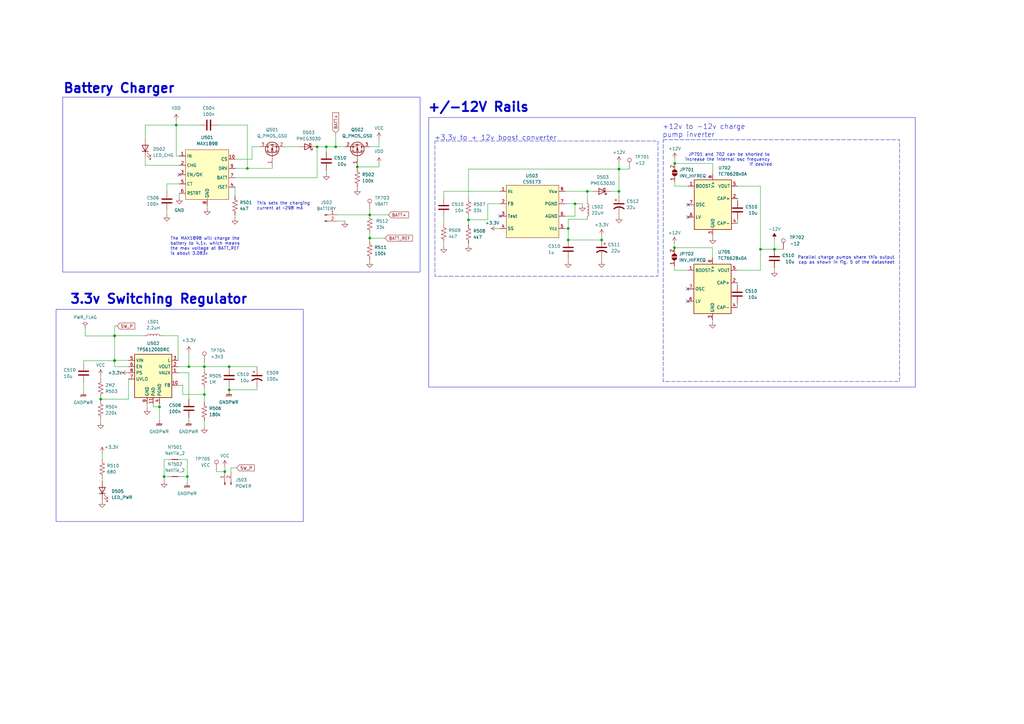
<source format=kicad_sch>
(kicad_sch (version 20230121) (generator eeschema)
  (paper "A3")
  (junction (at 276.733 67.056))
  (junction (at 253.873 78.486))
  (junction (at 46.99 147.955))
  (junction (at 101.473 69.088))
  (junction (at 77.47 150.368))
  (junction (at 46.99 147.828))
  (junction (at 233.045 98.425))
  (junction (at 93.98 159.893))
  (junction (at 137.668 60.198))
  (junction (at 83.82 161.798))
  (junction (at 133.858 60.198))
  (junction (at 67.31 195.453))
  (junction (at 92.202 193.421))
  (junction (at 65.405 166.878))
  (junction (at 72.263 51.308))
  (junction (at 76.835 195.453))
  (junction (at 83.82 150.368))
  (junction (at 130.048 60.198))
  (junction (at 192.151 90.17))
  (junction (at 311.912 102.235))
  (junction (at 276.606 101.6))
  (junction (at 235.839 83.566))
  (junction (at 240.919 78.486))
  (junction (at 46.99 137.795))
  (junction (at 93.98 150.368))
  (junction (at 317.627 102.235))
  (junction (at 151.638 88.138))
  (junction (at 233.045 93.726))
  (junction (at 46.99 137.668))
  (junction (at 41.275 163.703))
  (junction (at 146.558 68.453))
  (junction (at 253.873 69.342))
  (junction (at 246.761 98.425))
  (junction (at 151.638 97.663))
  (no_connect (at 205.105 88.646))
  (no_connect (at 282.194 83.947))
  (no_connect (at 73.533 71.628))
  (no_connect (at 282.194 89.027))
  (no_connect (at 282.067 118.491))
  (no_connect (at 282.067 123.571))
  (wire (pts (xy 74.93 157.988) (xy 74.93 161.798)))
  (wire (pts (xy 133.858 60.198) (xy 133.858 62.23)))
  (wire (pts (xy 146.558 67.818) (xy 146.558 68.453)))
  (wire (pts (xy 276.733 65.278) (xy 276.733 67.056)))
  (wire (pts (xy 92.202 191.389) (xy 92.202 193.421)))
  (wire (pts (xy 240.919 78.486) (xy 240.919 82.296)))
  (wire (pts (xy 302.387 115.951) (xy 302.387 116.84)))
  (wire (pts (xy 151.638 97.663) (xy 157.988 97.663)))
  (wire (pts (xy 130.048 60.198) (xy 133.858 60.198)))
  (wire (pts (xy 231.775 78.486) (xy 240.919 78.486)))
  (wire (pts (xy 34.29 147.955) (xy 46.99 147.955)))
  (wire (pts (xy 116.713 60.198) (xy 122.428 60.198)))
  (wire (pts (xy 253.873 69.342) (xy 253.873 78.486)))
  (wire (pts (xy 106.553 60.198) (xy 103.378 60.198)))
  (wire (pts (xy 205.105 83.566) (xy 200.025 83.566)))
  (wire (pts (xy 46.99 133.731) (xy 46.99 137.668)))
  (wire (pts (xy 276.733 74.676) (xy 276.733 76.327)))
  (wire (pts (xy 101.473 51.308) (xy 89.408 51.308)))
  (wire (pts (xy 137.668 60.198) (xy 141.478 60.198)))
  (wire (pts (xy 192.151 81.28) (xy 192.151 69.342)))
  (wire (pts (xy 41.275 163.068) (xy 41.275 163.703)))
  (wire (pts (xy 41.91 204.978) (xy 41.91 205.613)))
  (wire (pts (xy 246.761 96.647) (xy 246.761 98.425)))
  (wire (pts (xy 68.453 86.233) (xy 68.453 88.138)))
  (wire (pts (xy 76.835 188.468) (xy 74.295 188.468)))
  (wire (pts (xy 73.025 157.988) (xy 74.93 157.988)))
  (wire (pts (xy 317.627 109.855) (xy 317.627 110.871)))
  (wire (pts (xy 151.638 95.758) (xy 151.638 97.663)))
  (wire (pts (xy 65.405 165.608) (xy 65.405 166.878)))
  (wire (pts (xy 67.31 195.453) (xy 67.31 188.468)))
  (wire (pts (xy 151.638 97.663) (xy 151.638 98.933)))
  (wire (pts (xy 192.151 99.822) (xy 192.151 100.584)))
  (wire (pts (xy 151.638 88.138) (xy 159.258 88.138)))
  (wire (pts (xy 231.775 93.726) (xy 233.045 93.726)))
  (wire (pts (xy 103.378 60.198) (xy 103.378 65.278)))
  (wire (pts (xy 233.045 98.425) (xy 233.045 93.726)))
  (wire (pts (xy 46.99 147.955) (xy 46.99 147.828)))
  (wire (pts (xy 321.31 102.235) (xy 317.627 102.235)))
  (wire (pts (xy 146.558 68.453) (xy 155.448 68.453)))
  (wire (pts (xy 138.303 90.678) (xy 141.478 90.678)))
  (wire (pts (xy 238.887 84.074) (xy 238.887 83.566)))
  (wire (pts (xy 96.393 72.898) (xy 130.048 72.898)))
  (wire (pts (xy 93.98 159.893) (xy 93.98 160.528)))
  (wire (pts (xy 73.025 150.368) (xy 77.47 150.368)))
  (wire (pts (xy 276.733 67.056) (xy 292.354 67.056)))
  (wire (pts (xy 73.025 152.908) (xy 77.47 152.908)))
  (wire (pts (xy 276.606 99.822) (xy 276.606 101.6)))
  (wire (pts (xy 155.448 67.183) (xy 155.448 68.453)))
  (wire (pts (xy 302.514 76.327) (xy 311.912 76.327)))
  (wire (pts (xy 233.045 98.425) (xy 246.761 98.425)))
  (wire (pts (xy 68.453 75.438) (xy 73.533 75.438)))
  (wire (pts (xy 192.151 88.9) (xy 192.151 90.17)))
  (wire (pts (xy 103.378 65.278) (xy 96.393 65.278)))
  (wire (pts (xy 73.533 64.008) (xy 72.263 64.008)))
  (wire (pts (xy 105.41 158.623) (xy 105.41 159.893)))
  (wire (pts (xy 96.393 69.088) (xy 101.473 69.088)))
  (wire (pts (xy 233.045 106.045) (xy 233.045 107.188)))
  (wire (pts (xy 292.227 131.191) (xy 292.227 132.08)))
  (wire (pts (xy 34.925 134.62) (xy 34.925 137.795)))
  (wire (pts (xy 200.025 83.566) (xy 200.025 90.17)))
  (wire (pts (xy 151.638 106.553) (xy 151.638 107.188)))
  (wire (pts (xy 59.563 51.308) (xy 59.563 57.023)))
  (wire (pts (xy 276.606 109.22) (xy 276.606 110.871)))
  (wire (pts (xy 59.563 67.818) (xy 73.533 67.818)))
  (wire (pts (xy 92.202 193.421) (xy 92.202 193.675)))
  (wire (pts (xy 155.448 57.023) (xy 155.448 60.198)))
  (wire (pts (xy 235.839 83.566) (xy 235.839 88.646)))
  (wire (pts (xy 72.263 51.308) (xy 72.263 64.008)))
  (wire (pts (xy 105.41 159.893) (xy 93.98 159.893)))
  (wire (pts (xy 253.873 78.486) (xy 253.873 80.518)))
  (wire (pts (xy 105.41 151.003) (xy 105.41 150.368)))
  (wire (pts (xy 137.668 54.483) (xy 137.668 60.198)))
  (wire (pts (xy 292.354 67.056) (xy 292.354 71.247)))
  (wire (pts (xy 192.151 90.17) (xy 192.151 92.202)))
  (wire (pts (xy 73.533 79.248) (xy 73.533 81.153)))
  (wire (pts (xy 41.275 163.703) (xy 41.275 164.338)))
  (wire (pts (xy 59.563 64.643) (xy 59.563 67.818)))
  (wire (pts (xy 68.453 78.613) (xy 68.453 75.438)))
  (wire (pts (xy 67.31 188.468) (xy 69.215 188.468)))
  (wire (pts (xy 96.393 76.708) (xy 96.393 80.518)))
  (wire (pts (xy 62.865 166.878) (xy 65.405 166.878)))
  (wire (pts (xy 311.912 76.327) (xy 311.912 102.235)))
  (wire (pts (xy 311.912 110.871) (xy 311.912 102.235)))
  (wire (pts (xy 88.773 192.786) (xy 88.773 193.421)))
  (wire (pts (xy 34.29 156.845) (xy 34.29 160.655)))
  (wire (pts (xy 48.006 133.731) (xy 46.99 133.731)))
  (wire (pts (xy 302.387 124.46) (xy 302.387 126.111)))
  (wire (pts (xy 81.788 51.308) (xy 72.263 51.308)))
  (wire (pts (xy 96.393 88.138) (xy 96.393 89.408)))
  (wire (pts (xy 101.473 69.088) (xy 111.633 69.088)))
  (wire (pts (xy 111.633 69.088) (xy 111.633 67.818)))
  (wire (pts (xy 77.47 150.368) (xy 83.82 150.368)))
  (wire (pts (xy 83.82 150.368) (xy 83.82 151.638)))
  (wire (pts (xy 46.99 147.955) (xy 46.99 150.368)))
  (wire (pts (xy 253.873 66.802) (xy 253.873 69.342)))
  (wire (pts (xy 302.387 110.871) (xy 311.912 110.871)))
  (wire (pts (xy 46.99 137.795) (xy 46.99 137.668)))
  (wire (pts (xy 46.99 137.795) (xy 46.99 147.828)))
  (wire (pts (xy 181.991 78.486) (xy 205.105 78.486)))
  (wire (pts (xy 133.858 60.198) (xy 137.668 60.198)))
  (wire (pts (xy 146.558 76.708) (xy 146.558 77.343)))
  (wire (pts (xy 77.47 171.323) (xy 77.47 172.593)))
  (wire (pts (xy 41.91 185.928) (xy 41.91 188.468)))
  (wire (pts (xy 192.151 90.17) (xy 200.025 90.17)))
  (wire (pts (xy 88.773 193.421) (xy 92.202 193.421)))
  (wire (pts (xy 46.99 147.828) (xy 52.705 147.828)))
  (wire (pts (xy 276.606 101.6) (xy 292.227 101.6)))
  (wire (pts (xy 138.303 88.138) (xy 151.638 88.138)))
  (wire (pts (xy 105.41 150.368) (xy 93.98 150.368)))
  (wire (pts (xy 204.089 93.726) (xy 205.105 93.726)))
  (wire (pts (xy 181.991 88.9) (xy 181.991 91.948)))
  (wire (pts (xy 246.761 106.045) (xy 246.761 107.188)))
  (wire (pts (xy 258.191 69.342) (xy 253.873 69.342)))
  (wire (pts (xy 52.705 163.703) (xy 52.705 155.448)))
  (wire (pts (xy 59.055 137.668) (xy 46.99 137.668)))
  (wire (pts (xy 72.263 49.403) (xy 72.263 51.308)))
  (wire (pts (xy 41.91 196.088) (xy 41.91 197.358)))
  (wire (pts (xy 276.606 110.871) (xy 282.067 110.871)))
  (wire (pts (xy 235.839 88.646) (xy 231.775 88.646)))
  (wire (pts (xy 276.733 76.327) (xy 282.194 76.327)))
  (wire (pts (xy 66.675 137.668) (xy 73.025 137.668)))
  (wire (pts (xy 41.275 171.958) (xy 41.275 173.228)))
  (wire (pts (xy 77.47 152.908) (xy 77.47 163.703)))
  (wire (pts (xy 83.82 150.368) (xy 93.98 150.368)))
  (wire (pts (xy 41.275 163.703) (xy 52.705 163.703)))
  (wire (pts (xy 192.151 69.342) (xy 253.873 69.342)))
  (wire (pts (xy 74.93 161.798) (xy 83.82 161.798)))
  (wire (pts (xy 74.295 195.453) (xy 76.835 195.453)))
  (wire (pts (xy 62.865 165.608) (xy 62.865 166.878)))
  (wire (pts (xy 41.275 154.178) (xy 41.275 155.448)))
  (wire (pts (xy 83.82 161.798) (xy 83.82 164.973)))
  (wire (pts (xy 76.835 195.453) (xy 76.835 188.468)))
  (wire (pts (xy 94.742 191.897) (xy 94.742 193.675)))
  (wire (pts (xy 93.98 158.623) (xy 93.98 159.893)))
  (wire (pts (xy 181.991 81.28) (xy 181.991 78.486)))
  (wire (pts (xy 155.448 60.198) (xy 151.638 60.198)))
  (wire (pts (xy 240.919 89.916) (xy 233.045 89.916)))
  (wire (pts (xy 292.354 96.647) (xy 292.354 97.409)))
  (wire (pts (xy 238.887 83.566) (xy 235.839 83.566)))
  (wire (pts (xy 76.835 197.993) (xy 76.835 195.453)))
  (wire (pts (xy 84.963 84.328) (xy 84.963 85.598)))
  (wire (pts (xy 133.858 69.85) (xy 133.858 71.247)))
  (wire (pts (xy 302.514 81.407) (xy 302.514 82.296)))
  (wire (pts (xy 83.82 172.593) (xy 83.82 175.133)))
  (wire (pts (xy 311.912 102.235) (xy 317.627 102.235)))
  (wire (pts (xy 83.82 159.258) (xy 83.82 161.798)))
  (wire (pts (xy 34.925 137.795) (xy 46.99 137.795)))
  (wire (pts (xy 130.048 72.898) (xy 130.048 60.198)))
  (wire (pts (xy 181.991 99.568) (xy 181.991 101.092)))
  (wire (pts (xy 302.514 89.916) (xy 302.514 91.567)))
  (wire (pts (xy 253.873 88.138) (xy 253.873 88.9)))
  (wire (pts (xy 60.325 165.608) (xy 60.325 167.513)))
  (wire (pts (xy 250.698 78.486) (xy 253.873 78.486)))
  (wire (pts (xy 67.31 197.358) (xy 67.31 195.453)))
  (wire (pts (xy 101.473 69.088) (xy 101.473 51.308)))
  (wire (pts (xy 97.028 191.897) (xy 94.742 191.897)))
  (wire (pts (xy 258.191 68.961) (xy 258.191 69.342)))
  (wire (pts (xy 321.31 101.981) (xy 321.31 102.235)))
  (wire (pts (xy 233.045 89.916) (xy 233.045 93.726)))
  (wire (pts (xy 67.31 195.453) (xy 69.215 195.453)))
  (wire (pts (xy 83.82 148.336) (xy 83.82 150.368)))
  (wire (pts (xy 46.99 150.368) (xy 52.705 150.368)))
  (wire (pts (xy 65.405 166.878) (xy 65.405 172.593)))
  (wire (pts (xy 317.627 98.171) (xy 317.627 102.235)))
  (wire (pts (xy 59.563 51.308) (xy 72.263 51.308)))
  (wire (pts (xy 231.775 83.566) (xy 235.839 83.566)))
  (wire (pts (xy 93.98 151.003) (xy 93.98 150.368)))
  (wire (pts (xy 240.919 78.486) (xy 243.078 78.486)))
  (wire (pts (xy 292.227 101.6) (xy 292.227 105.791)))
  (wire (pts (xy 73.025 137.668) (xy 73.025 147.828)))
  (wire (pts (xy 77.47 150.368) (xy 77.47 144.653)))
  (wire (pts (xy 34.29 149.225) (xy 34.29 147.955)))
  (wire (pts (xy 151.638 85.725) (xy 151.638 88.138)))
  (wire (pts (xy 146.558 68.453) (xy 146.558 69.088)))
  (rectangle (start 178.3842 57.8358) (end 269.875 113.284) (stroke (width 0) (type dash)))
  (rectangle (start 271.9832 57.3278) (end 368.935 156.464) (stroke (width 0) (type dash)))
  (rectangle (start 25.7302 39.8272) (end 172.2882 111.5822))
  (rectangle (start 22.987 126.8984) (end 124.4092 213.8934))
  (rectangle (start 175.8442 48.1838) (end 375.412 158.75))
  (text "Parallel charge pumps share this output\ncap as shown in fig. 5 of the datasheet" (at 366.903 108.458 0) (effects (font (size 1.27 1.27)) (justify right bottom)))
  (text "This sets the charging \ncurrent at ~298 mA" (at 105.283 86.2584 0) (effects (font (size 1.27 1.27)) (justify left bottom)))
  (text "+3.3v to + 12v boost converter" (at 178.1302 57.8358 0) (effects (font (size 2.032 2.032)) (justify left bottom)))
  (text "Battery Charger" (at 25.7302 38.5572 0) (effects (font (size 3.81 3.81) (thickness 0.762) bold) (justify left bottom)))
  (text "JP701 and 702 can be shorted to \nincrease the internal osc frequency \nif desired" (at 316.738 68.326 0) (effects (font (size 1.27 1.27)) (justify right bottom)))
  (text "3.3v Switching Regulator" (at 28.5242 124.9934 0) (effects (font (size 3.81 3.81) (thickness 0.762) bold) (justify left bottom)))
  (text "The MAX1898 will charge the\nbattery to 4.1v, which means \nthe max voltage at BATT_REF \nis about 3.083v" (at 69.85 104.8004 0) (effects (font (size 1.27 1.27)) (justify left bottom)))
  (text "+12v to -12v charge \npump inverter" (at 271.7292 56.5658 0) (effects (font (size 2.032 2.032)) (justify left bottom)))
  (text "+/-12V Rails" (at 175.2092 46.2788 0) (effects (font (size 3.81 3.81) (thickness 0.762) bold) (justify left bottom)))
  (global_label "SW_P" (shape input) (at 97.028 191.897 0) (property "Intersheetrefs" "${INTERSHEET_REFS}" (effects hide)))
  (global_label "BATT+" (shape input) (at 159.258 88.138 0) (property "Intersheetrefs" "${INTERSHEET_REFS}" (effects hide)))
  (global_label "BATT+" (shape input) (at 137.668 54.483 90) (property "Intersheetrefs" "${INTERSHEET_REFS}" (effects hide)))
  (global_label "BATT_REF" (shape input) (at 157.988 97.663 0) (property "Intersheetrefs" "${INTERSHEET_REFS}" (effects hide)))
  (global_label "SW_P" (shape input) (at 48.006 133.731 0) (property "Intersheetrefs" "${INTERSHEET_REFS}" (effects hide)))
  (symbol (lib_id "Converter_DCDC:TC7662Bx0A") (at 292.227 118.491 0) (unit 1)
    (property "Reference" "U705" (at 294.4211 103.378 0) (effects (justify left)))
    (property "Value" "TC7662Bx0A" (at 294.4211 105.918 0) (effects (justify left)))
    (property "Footprint" "Package_SO:SOIC-8_3.9x4.9mm_P1.27mm" (effects hide))
    (property "Datasheet" "http://ww1.microchip.com/downloads/en/DeviceDoc/21469a.pdf" (effects hide))
  )
  (symbol (lib_id "Device:Q_PMOS_GSD") (at 111.633 62.738 90) (unit 1)
    (property "Reference" "Q501" (at 111.633 53.213 90))
    (property "Value" "Q_PMOS_GSD" (at 111.633 55.753 90))
    (property "Footprint" "PCM_4ms_Package_SOT:SOT-23" (effects hide))
    (instances (project "ESP808_mk3" (path "" (reference "Q501") (unit 1))) (project "PolySynthMotherboard" (path "" (reference "Q701") (unit 1))) (project "PowerSupply" (path "" (reference "Q501") (unit 1))))
  )
  (symbol (lib_id "power:GNDPWR") (at 76.835 197.993 0) (unit 1)
    (property "Reference" "#PWR0524" (effects hide))
    (property "Value" "GNDPWR" (at 76.708 202.438 0))
    (instances (project "ESP808_mk3" (path "" (reference "#PWR0524") (unit 1))) (project "PolySynthMotherboard" (path "" (reference "#PWR0776") (unit 1))) (project "PowerSupply" (path "" (reference "#PWR0524") (unit 1))))
  )
  (symbol (lib_id "power:GND") (at 146.558 77.343 0) (unit 1)
    (property "Reference" "#PWR0333" (effects hide))
    (property "Value" "GND" (effects hide))
    (instances (project "TunerVCO" (path "" (reference "#PWR0333") (unit 1))) (project "ESP808_mk3" (path "" (reference "#PWR0510") (unit 1))) (project "PolySynthMotherboard" (path "" (reference "#PWR0763") (unit 1))) (project "PowerSupply" (path "" (reference "#PWR0333") (unit 1))) (project "BrainBoard" (path "" (reference "#PWR0333") (unit 1))))
  )
  (symbol (lib_id "Device:R_US") (at 151.638 91.948 0) (unit 1)
    (property "Reference" "R512" (at 154.178 90.678 0) (effects (justify left)))
    (property "Value" "33k" (at 154.178 93.218 0) (effects (justify left)))
    (property "Footprint" "PCM_Resistor_SMD_AKL:R_0805_2012Metric" (effects hide))
    (instances (project "ESP808_mk3" (path "" (reference "R512") (unit 1))) (project "PolySynthMotherboard" (path "" (reference "R706") (unit 1))) (project "PowerSupply" (path "" (reference "R512") (unit 1))))
  )
  (symbol (lib_id "power:+3.3V") (at 204.089 93.726 90) (unit 1)
    (property "Reference" "#PWR0527" (effects hide))
    (property "Value" "+3.3V" (at 204.851 91.44 90) (effects (justify left)))
    (instances (project "ESP808_mk3" (path "" (reference "#PWR0527") (unit 1))) (project "PolySynthMotherboard" (path "" (reference "#PWR0748") (unit 1))) (project "PowerSupply" (path "" (reference "#PWR0527") (unit 1))))
  )
  (symbol (lib_id "power:GND") (at 233.045 107.188 0) (mirror y) (unit 1)
    (property "Reference" "#PWR0333" (effects hide))
    (property "Value" "GND" (effects hide))
    (instances (project "TunerVCO" (path "" (reference "#PWR0333") (unit 1))) (project "ESP808_mk3" (path "" (reference "#PWR0533") (unit 1))) (project "PolySynthMotherboard" (path "" (reference "#PWR0783") (unit 1))) (project "PowerSupply" (path "" (reference "#PWR0333") (unit 1))) (project "BrainBoard" (path "" (reference "#PWR0333") (unit 1))))
  )
  (symbol (lib_id "power:GND") (at 41.91 205.613 0) (unit 1)
    (property "Reference" "#PWR0333" (effects hide))
    (property "Value" "GND" (effects hide))
    (instances (project "TunerVCO" (path "" (reference "#PWR0333") (unit 1))) (project "ESP808_mk3" (path "" (reference "#PWR0538") (unit 1))) (project "PolySynthMotherboard" (path "" (reference "#PWR0771") (unit 1))) (project "PowerSupply" (path "" (reference "#PWR0333") (unit 1))) (project "BrainBoard" (path "" (reference "#PWR0333") (unit 1))))
  )
  (symbol (lib_id "power:GND") (at 246.761 107.188 0) (mirror y) (unit 1)
    (property "Reference" "#PWR0333" (effects hide))
    (property "Value" "GND" (effects hide))
    (instances (project "TunerVCO" (path "" (reference "#PWR0333") (unit 1))) (project "ESP808_mk3" (path "" (reference "#PWR0533") (unit 1))) (project "PolySynthMotherboard" (path "" (reference "#PWR0784") (unit 1))) (project "PowerSupply" (path "" (reference "#PWR0333") (unit 1))) (project "BrainBoard" (path "" (reference "#PWR0333") (unit 1))))
  )
  (symbol (lib_id "power:+3.3V") (at 246.761 96.647 0) (unit 1)
    (property "Reference" "#PWR0526" (effects hide))
    (property "Value" "+3.3V" (at 246.761 92.202 0))
    (instances (project "ESP808_mk3" (path "" (reference "#PWR0526") (unit 1))) (project "PolySynthMotherboard" (path "" (reference "#PWR0750") (unit 1))) (project "PowerSupply" (path "" (reference "#PWR0526") (unit 1))))
  )
  (symbol (lib_id "Device:D_Schottky") (at 126.238 60.198 180) (unit 1)
    (property "Reference" "D503" (at 126.5555 54.356 0))
    (property "Value" "PMEG3030" (at 126.5555 56.896 0))
    (property "Footprint" "PCM_Diode_SMD_AKL:D_SOD-123" (effects hide))
    (instances (project "ESP808_mk3" (path "" (reference "D503") (unit 1))) (project "PolySynthMotherboard" (path "" (reference "D703") (unit 1)) (path "" (reference "D202") (unit 1))) (project "PowerSupply" (path "" (reference "D503") (unit 1))))
  )
  (symbol (lib_id "Connector:TestPoint") (at 321.31 101.981 0) (unit 1)
    (property "Reference" "TP702" (at 323.85 97.409 0) (effects (justify left)))
    (property "Value" "-12" (at 323.85 99.949 0) (effects (justify left)))
    (property "Footprint" "TestPoint:TestPoint_Pad_D1.0mm_Value" (effects hide))
  )
  (symbol (lib_id "power:GND") (at 133.858 71.247 0) (unit 1)
    (property "Reference" "#PWR0333" (effects hide))
    (property "Value" "GND" (effects hide))
    (instances (project "TunerVCO" (path "" (reference "#PWR0333") (unit 1))) (project "ESP808_mk3" (path "" (reference "#PWR0510") (unit 1))) (project "PolySynthMotherboard" (path "" (reference "#PWR0761") (unit 1))) (project "PowerSupply" (path "" (reference "#PWR0333") (unit 1))) (project "BrainBoard" (path "" (reference "#PWR0333") (unit 1))))
  )
  (symbol (lib_id "power:GND") (at 96.393 89.408 0) (unit 1)
    (property "Reference" "#PWR0333" (effects hide))
    (property "Value" "GND" (effects hide))
    (instances (project "TunerVCO" (path "" (reference "#PWR0333") (unit 1))) (project "ESP808_mk3" (path "" (reference "#PWR0509") (unit 1))) (project "PolySynthMotherboard" (path "" (reference "#PWR0760") (unit 1))) (project "PowerSupply" (path "" (reference "#PWR0333") (unit 1))) (project "BrainBoard" (path "" (reference "#PWR0333") (unit 1))))
  )
  (symbol (lib_id "power:GND") (at 181.991 101.092 0) (unit 1)
    (property "Reference" "#PWR0333" (effects hide))
    (property "Value" "GND" (effects hide))
    (instances (project "TunerVCO" (path "" (reference "#PWR0333") (unit 1))) (project "ESP808_mk3" (path "" (reference "#PWR0529") (unit 1))) (project "PolySynthMotherboard" (path "" (reference "#PWR0746") (unit 1))) (project "PowerSupply" (path "" (reference "#PWR0333") (unit 1))) (project "BrainBoard" (path "" (reference "#PWR0333") (unit 1))))
  )
  (symbol (lib_id "power:-12V") (at 317.627 98.171 0) (unit 1)
    (property "Reference" "#PWR0786" (effects hide))
    (property "Value" "-12V" (at 317.627 93.98 0))
  )
  (symbol (lib_id "Device:LED") (at 59.563 60.833 90) (unit 1)
    (property "Reference" "D502" (at 62.738 61.1505 90) (effects (justify right)))
    (property "Value" "LED_CHG" (at 62.738 63.6905 90) (effects (justify right)))
    (property "Footprint" "LED_THT:LED_D3.0mm" (effects hide))
    (instances (project "ESP808_mk3" (path "" (reference "D502") (unit 1))) (project "PolySynthMotherboard" (path "" (reference "D702") (unit 1))) (project "PowerSupply" (path "" (reference "D502") (unit 1))))
  )
  (symbol (lib_id "PCM_4ms_Power-symbol:PWR_FLAG") (at 34.925 134.62 0) (unit 1)
    (property "Reference" "#FLG0503" (effects hide))
    (property "Value" "PWR_FLAG" (at 34.925 130.175 0))
    (instances (project "ESP808_mk3" (path "" (reference "#FLG0503") (unit 1))) (project "PolySynthMotherboard" (path "" (reference "#FLG0701") (unit 1))) (project "PowerSupply" (path "" (reference "#FLG0503") (unit 1))))
  )
  (symbol (lib_id "Connector:TestPoint") (at 88.773 192.786 0) (mirror y) (unit 1)
    (property "Reference" "TP705" (at 86.233 188.214 0) (effects (justify left)))
    (property "Value" "VCC" (at 86.233 190.754 0) (effects (justify left)))
    (property "Footprint" "TestPoint:TestPoint_Pad_D1.0mm_Value" (effects hide))
  )
  (symbol (lib_id "Connector:Conn_01x02_Pin") (at 92.202 198.755 90) (unit 1)
    (property "Reference" "J503" (at 96.52 196.85 90) (effects (justify right)))
    (property "Value" "POWER" (at 96.52 199.39 90) (effects (justify right)))
    (property "Footprint" "Connector_PinHeader_2.54mm:PinHeader_1x02_P2.54mm_Vertical" (effects hide))
    (instances (project "ESP808_mk3" (path "" (reference "J503") (unit 1))) (project "PolySynthMotherboard" (path "" (reference "J702") (unit 1))) (project "PowerSupply" (path "" (reference "J503") (unit 1))))
  )
  (symbol (lib_id "power:GNDPWR") (at 65.405 172.593 0) (unit 1)
    (property "Reference" "#PWR0518" (effects hide))
    (property "Value" "GNDPWR" (at 65.278 177.038 0))
    (instances (project "ESP808_mk3" (path "" (reference "#PWR0518") (unit 1))) (project "PolySynthMotherboard" (path "" (reference "#PWR0774") (unit 1))) (project "PowerSupply" (path "" (reference "#PWR0518") (unit 1))))
  )
  (symbol (lib_id "Regulator_Switching:TPS61200DRC") (at 62.865 152.908 0) (unit 1)
    (property "Reference" "U502" (at 62.865 140.843 0))
    (property "Value" "TPS61200DRC" (at 62.865 143.383 0))
    (property "Footprint" "Package_SON:VSON-10-1EP_3x3mm_P0.5mm_EP1.2x2mm" (effects hide))
    (property "Datasheet" "http://www.ti.com/lit/ds/symlink/tps61200.pdf" (effects hide))
    (instances (project "ESP808_mk3" (path "" (reference "U502") (unit 1))) (project "PolySynthMotherboard" (path "" (reference "U704") (unit 1))) (project "PowerSupply" (path "" (reference "U502") (unit 1))))
  )
  (symbol (lib_id "Device:R_US") (at 146.558 72.898 0) (unit 1)
    (property "Reference" "R502" (at 148.463 71.628 0) (effects (justify left)))
    (property "Value" "100k" (at 148.463 74.168 0) (effects (justify left)))
    (property "Footprint" "PCM_Resistor_SMD_AKL:R_0805_2012Metric" (effects hide))
    (instances (project "ESP808_mk3" (path "" (reference "R502") (unit 1))) (project "PolySynthMotherboard" (path "" (reference "R705") (unit 1))) (project "PowerSupply" (path "" (reference "R502") (unit 1))))
  )
  (symbol (lib_id "power:+3.3V") (at 77.47 144.653 0) (unit 1)
    (property "Reference" "#PWR0521" (effects hide))
    (property "Value" "+3.3V" (at 77.47 139.573 0))
    (instances (project "ESP808_mk3" (path "" (reference "#PWR0521") (unit 1))) (project "PolySynthMotherboard" (path "" (reference "#PWR0777") (unit 1))) (project "PowerSupply" (path "" (reference "#PWR0521") (unit 1))))
  )
  (symbol (lib_id "Device:R_US") (at 83.82 155.448 0) (unit 1)
    (property "Reference" "R505" (at 85.725 154.178 0) (effects (justify left)))
    (property "Value" "1M" (at 85.725 156.718 0) (effects (justify left)))
    (property "Footprint" "PCM_Resistor_SMD_AKL:R_0805_2012Metric" (effects hide))
    (instances (project "ESP808_mk3" (path "" (reference "R505") (unit 1))) (project "PolySynthMotherboard" (path "" (reference "R711") (unit 1))) (project "PowerSupply" (path "" (reference "R505") (unit 1))))
  )
  (symbol (lib_id "Device:C_Polarized_US") (at 253.873 84.328 0) (unit 1)
    (property "Reference" "C512" (at 256.921 82.55 0) (effects (justify left)))
    (property "Value" "22u" (at 256.921 85.09 0) (effects (justify left)))
    (property "Footprint" "Capacitor_THT:CP_Radial_D4.0mm_P2.00mm" (effects hide))
    (instances (project "ESP808_mk3" (path "" (reference "C512") (unit 1))) (project "PolySynthMotherboard" (path "" (reference "C703") (unit 1))) (project "PowerSupply" (path "" (reference "C512") (unit 1))))
  )
  (symbol (lib_id "power:+3.3V") (at 41.91 185.928 0) (unit 1)
    (property "Reference" "#PWR0537" (effects hide))
    (property "Value" "+3.3V" (at 45.72 183.388 0))
    (instances (project "ESP808_mk3" (path "" (reference "#PWR0537") (unit 1))) (project "PolySynthMotherboard" (path "" (reference "#PWR0770") (unit 1))) (project "PowerSupply" (path "" (reference "#PWR0537") (unit 1))))
  )
  (symbol (lib_id "Device:C") (at 77.47 167.513 0) (unit 1)
    (property "Reference" "C508" (at 69.215 166.243 0) (effects (justify left)))
    (property "Value" "100n" (at 69.215 168.783 0) (effects (justify left)))
    (property "Footprint" "Capacitor_SMD:C_0805_2012Metric" (effects hide))
    (instances (project "ESP808_mk3" (path "" (reference "C508") (unit 1))) (project "PolySynthMotherboard" (path "" (reference "C710") (unit 1))) (project "PowerSupply" (path "" (reference "C508") (unit 1))))
  )
  (symbol (lib_id "Connector:Conn_01x02_Pin") (at 133.223 88.138 0) (unit 1)
    (property "Reference" "J502" (at 133.858 83.058 0))
    (property "Value" "BATTERY" (at 133.858 85.598 0))
    (property "Footprint" "Connector_PinHeader_2.54mm:PinHeader_1x02_P2.54mm_Vertical" (effects hide))
    (instances (project "ESP808_mk3" (path "" (reference "J502") (unit 1))) (project "PolySynthMotherboard" (path "" (reference "J701") (unit 1))) (project "PowerSupply" (path "" (reference "J502") (unit 1))))
  )
  (symbol (lib_id "power:VCC") (at 155.448 57.023 0) (unit 1)
    (property "Reference" "#PWR0512" (effects hide))
    (property "Value" "VCC" (at 155.448 52.578 0))
    (instances (project "ESP808_mk3" (path "" (reference "#PWR0512") (unit 1))) (project "PolySynthMotherboard" (path "" (reference "#PWR0765") (unit 1))) (project "PowerSupply" (path "" (reference "#PWR0512") (unit 1))))
  )
  (symbol (lib_id "Device:R_US") (at 181.991 95.758 0) (unit 1)
    (property "Reference" "R509" (at 183.896 94.488 0) (effects (justify left)))
    (property "Value" "4k7" (at 183.896 97.028 0) (effects (justify left)))
    (property "Footprint" "PCM_Resistor_SMD_AKL:R_0805_2012Metric" (effects hide))
    (instances (project "ESP808_mk3" (path "" (reference "R509") (unit 1))) (project "PolySynthMotherboard" (path "" (reference "R701") (unit 1))) (project "PowerSupply" (path "" (reference "R509") (unit 1))))
  )
  (symbol (lib_id "Regulator_Switching:CS5173") (at 216.535 86.106 0) (unit 1)
    (property "Reference" "U503" (at 218.1606 72.0852 0))
    (property "Value" "CS5173" (at 218.1606 74.6252 0))
    (property "Footprint" "Package_SO:SOIC-8_3.9x4.9mm_P1.27mm" (effects hide))
    (instances (project "ESP808_mk3" (path "" (reference "U503") (unit 1))) (project "PolySynthMotherboard" (path "" (reference "U701") (unit 1))) (project "PowerSupply" (path "" (reference "U503") (unit 1))))
  )
  (symbol (lib_id "Device:C") (at 133.858 66.04 0) (mirror y) (unit 1)
    (property "Reference" "C510" (at 142.113 64.77 0) (effects (justify left)))
    (property "Value" "10u" (at 142.113 67.31 0) (effects (justify left)))
    (property "Footprint" "Capacitor_SMD:C_0805_2012Metric" (effects hide))
    (instances (project "ESP808_mk3" (path "" (reference "C510") (unit 1))) (project "PolySynthMotherboard" (path "" (reference "C708") (unit 1))) (project "PowerSupply" (path "" (reference "C510") (unit 1))))
  )
  (symbol (lib_id "Device:R_US") (at 41.275 168.148 0) (unit 1)
    (property "Reference" "R504" (at 43.18 166.878 0) (effects (justify left)))
    (property "Value" "220k" (at 43.18 169.418 0) (effects (justify left)))
    (property "Footprint" "PCM_Resistor_SMD_AKL:R_0805_2012Metric" (effects hide))
    (instances (project "ESP808_mk3" (path "" (reference "R504") (unit 1))) (project "PolySynthMotherboard" (path "" (reference "R709") (unit 1))) (project "PowerSupply" (path "" (reference "R504") (unit 1))))
  )
  (symbol (lib_id "power:GNDPWR") (at 93.98 160.528 0) (unit 1)
    (property "Reference" "#PWR0522" (effects hide))
    (property "Value" "GNDPWR" (at 93.853 164.973 0))
    (instances (project "ESP808_mk3" (path "" (reference "#PWR0522") (unit 1))) (project "PolySynthMotherboard" (path "" (reference "#PWR0781") (unit 1))) (project "PowerSupply" (path "" (reference "#PWR0522") (unit 1))))
  )
  (symbol (lib_id "power:GND") (at 141.478 90.678 0) (unit 1)
    (property "Reference" "#PWR0333" (effects hide))
    (property "Value" "GND" (effects hide))
    (instances (project "TunerVCO" (path "" (reference "#PWR0333") (unit 1))) (project "ESP808_mk3" (path "" (reference "#PWR0536") (unit 1))) (project "PolySynthMotherboard" (path "" (reference "#PWR0762") (unit 1))) (project "PowerSupply" (path "" (reference "#PWR0333") (unit 1))) (project "BrainBoard" (path "" (reference "#PWR0333") (unit 1))))
  )
  (symbol (lib_id "Connector:TestPoint") (at 83.82 148.336 0) (unit 1)
    (property "Reference" "TP704" (at 86.36 143.764 0) (effects (justify left)))
    (property "Value" "+3V3" (at 86.36 146.304 0) (effects (justify left)))
    (property "Footprint" "TestPoint:TestPoint_Pad_D1.0mm_Value" (effects hide))
  )
  (symbol (lib_id "power:GND") (at 253.873 88.9 0) (mirror y) (unit 1)
    (property "Reference" "#PWR0333" (effects hide))
    (property "Value" "GND" (effects hide))
    (instances (project "TunerVCO" (path "" (reference "#PWR0333") (unit 1))) (project "ESP808_mk3" (path "" (reference "#PWR0533") (unit 1))) (project "PolySynthMotherboard" (path "" (reference "#PWR0749") (unit 1))) (project "PowerSupply" (path "" (reference "#PWR0333") (unit 1))) (project "BrainBoard" (path "" (reference "#PWR0333") (unit 1))))
  )
  (symbol (lib_id "Device:R_US") (at 151.638 102.743 0) (unit 1)
    (property "Reference" "R511" (at 153.543 101.473 0) (effects (justify left)))
    (property "Value" "100k" (at 153.543 104.013 0) (effects (justify left)))
    (property "Footprint" "PCM_Resistor_SMD_AKL:R_0805_2012Metric" (effects hide))
    (instances (project "ESP808_mk3" (path "" (reference "R511") (unit 1))) (project "PolySynthMotherboard" (path "" (reference "R707") (unit 1))) (project "PowerSupply" (path "" (reference "R511") (unit 1))))
  )
  (symbol (lib_id "power:GND") (at 68.453 88.138 0) (unit 1)
    (property "Reference" "#PWR0333" (effects hide))
    (property "Value" "GND" (effects hide))
    (instances (project "TunerVCO" (path "" (reference "#PWR0333") (unit 1))) (project "ESP808_mk3" (path "" (reference "#PWR0508") (unit 1))) (project "PolySynthMotherboard" (path "" (reference "#PWR0756") (unit 1))) (project "PowerSupply" (path "" (reference "#PWR0333") (unit 1))) (project "BrainBoard" (path "" (reference "#PWR0333") (unit 1))))
  )
  (symbol (lib_id "Device:R_US") (at 192.151 85.09 0) (unit 1)
    (property "Reference" "R507" (at 194.056 83.82 0) (effects (justify left)))
    (property "Value" "33k" (at 194.056 86.36 0) (effects (justify left)))
    (property "Footprint" "PCM_Resistor_SMD_AKL:R_0805_2012Metric" (effects hide))
    (instances (project "ESP808_mk3" (path "" (reference "R507") (unit 1))) (project "PolySynthMotherboard" (path "" (reference "R702") (unit 1))) (project "PowerSupply" (path "" (reference "R507") (unit 1))))
  )
  (symbol (lib_id "power:GND") (at 292.354 97.409 0) (mirror y) (unit 1)
    (property "Reference" "#PWR0333" (effects hide))
    (property "Value" "GND" (effects hide))
    (instances (project "TunerVCO" (path "" (reference "#PWR0333") (unit 1))) (project "ESP808_mk3" (path "" (reference "#PWR0533") (unit 1))) (project "PolySynthMotherboard" (path "" (reference "#PWR0755") (unit 1))) (project "PowerSupply" (path "" (reference "#PWR0333") (unit 1))) (project "BrainBoard" (path "" (reference "#PWR0333") (unit 1))))
  )
  (symbol (lib_id "Device:C") (at 93.98 154.813 0) (mirror y) (unit 1)
    (property "Reference" "C510" (at 102.235 153.543 0) (effects (justify left)))
    (property "Value" "10u" (at 102.235 156.083 0) (effects (justify left)))
    (property "Footprint" "Capacitor_SMD:C_0805_2012Metric" (effects hide))
    (instances (project "ESP808_mk3" (path "" (reference "C510") (unit 1))) (project "PolySynthMotherboard" (path "" (reference "C712") (unit 1))) (project "PowerSupply" (path "" (reference "C510") (unit 1))))
  )
  (symbol (lib_id "Device:C") (at 317.627 106.045 0) (mirror y) (unit 1)
    (property "Reference" "C510" (at 325.882 104.775 0) (effects (justify left)))
    (property "Value" "10u" (at 325.882 107.315 0) (effects (justify left)))
    (property "Footprint" "Capacitor_SMD:C_0805_2012Metric" (effects hide))
    (instances (project "ESP808_mk3" (path "" (reference "C510") (unit 1))) (project "PolySynthMotherboard" (path "" (reference "C713") (unit 1))) (project "PowerSupply" (path "" (reference "C510") (unit 1))))
  )
  (symbol (lib_id "Device:C_Polarized_US") (at 246.761 102.235 0) (mirror y) (unit 1)
    (property "Reference" "C511" (at 254.381 100.33 0) (effects (justify left)))
    (property "Value" "22u" (at 254.381 102.87 0) (effects (justify left)))
    (property "Footprint" "Capacitor_THT:CP_Radial_D4.0mm_P2.00mm" (effects hide))
    (instances (project "ESP808_mk3" (path "" (reference "C511") (unit 1))) (project "PolySynthMotherboard" (path "" (reference "C702") (unit 1))) (project "PowerSupply" (path "" (reference "C511") (unit 1))))
  )
  (symbol (lib_id "Device:R_US") (at 41.275 159.258 0) (mirror x) (unit 1)
    (property "Reference" "R503" (at 43.18 160.528 0) (effects (justify left)))
    (property "Value" "2M2" (at 43.18 157.988 0) (effects (justify left)))
    (property "Footprint" "PCM_Resistor_SMD_AKL:R_0805_2012Metric" (effects hide))
    (instances (project "ESP808_mk3" (path "" (reference "R503") (unit 1))) (project "PolySynthMotherboard" (path "" (reference "R708") (unit 1))) (project "PowerSupply" (path "" (reference "R503") (unit 1))))
  )
  (symbol (lib_id "Device:R_US") (at 96.393 84.328 0) (unit 1)
    (property "Reference" "R501" (at 98.298 83.058 0) (effects (justify left)))
    (property "Value" "4k7" (at 98.298 85.598 0) (effects (justify left)))
    (property "Footprint" "PCM_Resistor_SMD_AKL:R_0805_2012Metric" (effects hide))
    (instances (project "ESP808_mk3" (path "" (reference "R501") (unit 1))) (project "PolySynthMotherboard" (path "" (reference "R704") (unit 1))) (project "PowerSupply" (path "" (reference "R501") (unit 1))))
  )
  (symbol (lib_id "power:VDD") (at 72.263 49.403 0) (unit 1)
    (property "Reference" "#PWR0504" (effects hide))
    (property "Value" "VDD" (at 72.263 44.323 0))
    (instances (project "ESP808_mk3" (path "" (reference "#PWR0504") (unit 1))) (project "PolySynthMotherboard" (path "" (reference "#PWR0757") (unit 1))) (project "PowerSupply" (path "" (reference "#PWR0504") (unit 1))))
  )
  (symbol (lib_id "Converter_DCDC:TC7662Bx0A") (at 292.354 83.947 0) (unit 1)
    (property "Reference" "U702" (at 294.5481 68.834 0) (effects (justify left)))
    (property "Value" "TC7662Bx0A" (at 294.5481 71.374 0) (effects (justify left)))
    (property "Footprint" "Package_SO:SOIC-8_3.9x4.9mm_P1.27mm" (effects hide))
    (property "Datasheet" "http://ww1.microchip.com/downloads/en/DeviceDoc/21469a.pdf" (effects hide))
  )
  (symbol (lib_id "Device:R_US") (at 41.91 192.278 0) (unit 1)
    (property "Reference" "R510" (at 43.815 191.008 0) (effects (justify left)))
    (property "Value" "680" (at 43.815 193.548 0) (effects (justify left)))
    (property "Footprint" "PCM_Resistor_SMD_AKL:R_0805_2012Metric" (effects hide))
    (instances (project "ESP808_mk3" (path "" (reference "R510") (unit 1))) (project "PolySynthMotherboard" (path "" (reference "R710") (unit 1))) (project "PowerSupply" (path "" (reference "R510") (unit 1))))
  )
  (symbol (lib_id "power:GND") (at 238.887 84.074 0) (unit 1)
    (property "Reference" "#PWR0333" (effects hide))
    (property "Value" "GND" (effects hide))
    (instances (project "TunerVCO" (path "" (reference "#PWR0333") (unit 1))) (project "ESP808_mk3" (path "" (reference "#PWR0531") (unit 1))) (project "PolySynthMotherboard" (path "" (reference "#PWR0751") (unit 1))) (project "PowerSupply" (path "" (reference "#PWR0333") (unit 1))) (project "BrainBoard" (path "" (reference "#PWR0333") (unit 1))))
  )
  (symbol (lib_id "power:GND") (at 151.638 107.188 0) (unit 1)
    (property "Reference" "#PWR0333" (effects hide))
    (property "Value" "GND" (effects hide))
    (instances (project "TunerVCO" (path "" (reference "#PWR0333") (unit 1))) (project "ESP808_mk3" (path "" (reference "#PWR0540") (unit 1))) (project "PolySynthMotherboard" (path "" (reference "#PWR0764") (unit 1))) (project "PowerSupply" (path "" (reference "#PWR0333") (unit 1))) (project "BrainBoard" (path "" (reference "#PWR0333") (unit 1))))
  )
  (symbol (lib_id "power:GND") (at 192.151 100.584 0) (unit 1)
    (property "Reference" "#PWR0333" (effects hide))
    (property "Value" "GND" (effects hide))
    (instances (project "TunerVCO" (path "" (reference "#PWR0333") (unit 1))) (project "ESP808_mk3" (path "" (reference "#PWR0528") (unit 1))) (project "PolySynthMotherboard" (path "" (reference "#PWR0747") (unit 1))) (project "PowerSupply" (path "" (reference "#PWR0333") (unit 1))) (project "BrainBoard" (path "" (reference "#PWR0333") (unit 1))))
  )
  (symbol (lib_id "Device:NetTie_2") (at 71.755 195.453 0) (unit 1) (in_bom no)
    (property "Reference" "NT502" (at 71.755 190.373 0))
    (property "Value" "NetTie_2" (at 71.755 192.913 0))
    (property "Footprint" "NetTie:NetTie-2_SMD_Pad0.5mm" (effects hide))
    (instances (project "ESP808_mk3" (path "" (reference "NT502") (unit 1))) (project "PolySynthMotherboard" (path "" (reference "NT702") (unit 1))) (project "PowerSupply" (path "" (reference "NT502") (unit 1))))
  )
  (symbol (lib_id "power:GND") (at 67.31 197.358 0) (unit 1)
    (property "Reference" "#PWR0333" (effects hide))
    (property "Value" "GND" (effects hide))
    (instances (project "TunerVCO" (path "" (reference "#PWR0333") (unit 1))) (project "ESP808_mk3" (path "" (reference "#PWR0519") (unit 1))) (project "PolySynthMotherboard" (path "" (reference "#PWR0775") (unit 1))) (project "PowerSupply" (path "" (reference "#PWR0333") (unit 1))) (project "BrainBoard" (path "" (reference "#PWR0333") (unit 1))))
  )
  (symbol (lib_id "power:GND") (at 83.82 175.133 0) (unit 1)
    (property "Reference" "#PWR0333" (effects hide))
    (property "Value" "GND" (effects hide))
    (instances (project "TunerVCO" (path "" (reference "#PWR0333") (unit 1))) (project "ESP808_mk3" (path "" (reference "#PWR0523") (unit 1))) (project "PolySynthMotherboard" (path "" (reference "#PWR0779") (unit 1))) (project "PowerSupply" (path "" (reference "#PWR0333") (unit 1))) (project "BrainBoard" (path "" (reference "#PWR0333") (unit 1))))
  )
  (symbol (lib_id "Jumper:SolderJumper_2_Open") (at 276.606 105.41 90) (unit 1)
    (property "Reference" "JP702" (at 278.511 104.14 90) (effects (justify right)))
    (property "Value" "INV_HIFREQ" (at 278.511 106.68 90) (effects (justify right)))
    (property "Footprint" "Jumper:SolderJumper-2_Open_TrianglePad_0805" (effects hide))
  )
  (symbol (lib_id "Device:C") (at 181.991 85.09 0) (mirror y) (unit 1)
    (property "Reference" "C510" (at 190.246 83.82 0) (effects (justify left)))
    (property "Value" "10n" (at 190.246 86.36 0) (effects (justify left)))
    (property "Footprint" "Capacitor_SMD:C_0805_2012Metric" (effects hide))
    (instances (project "ESP808_mk3" (path "" (reference "C510") (unit 1))) (project "PolySynthMotherboard" (path "" (reference "C701") (unit 1))) (project "PowerSupply" (path "" (reference "C510") (unit 1))))
  )
  (symbol (lib_id "Device:LED") (at 41.91 201.168 90) (unit 1)
    (property "Reference" "D505" (at 45.72 201.4855 90) (effects (justify right)))
    (property "Value" "LED_PWR" (at 45.72 204.0255 90) (effects (justify right)))
    (property "Footprint" "LED_THT:LED_D3.0mm" (effects hide))
    (instances (project "ESP808_mk3" (path "" (reference "D505") (unit 1))) (project "PolySynthMotherboard" (path "" (reference "D704") (unit 1))) (project "PowerSupply" (path "" (reference "D505") (unit 1))))
  )
  (symbol (lib_id "Device:C") (at 302.514 86.106 0) (mirror y) (unit 1)
    (property "Reference" "C510" (at 310.769 84.836 0) (effects (justify left)))
    (property "Value" "10u" (at 310.769 87.376 0) (effects (justify left)))
    (property "Footprint" "Capacitor_SMD:C_0805_2012Metric" (effects hide))
    (instances (project "ESP808_mk3" (path "" (reference "C510") (unit 1))) (project "PolySynthMotherboard" (path "" (reference "C704") (unit 1))) (project "PowerSupply" (path "" (reference "C510") (unit 1))))
  )
  (symbol (lib_id "power:+3.3V") (at 52.705 152.908 90) (unit 1)
    (property "Reference" "#PWR0516" (effects hide))
    (property "Value" "+3.3V" (at 50.165 152.908 90) (effects (justify left)))
    (instances (project "ESP808_mk3" (path "" (reference "#PWR0516") (unit 1))) (project "PolySynthMotherboard" (path "" (reference "#PWR0772") (unit 1))) (project "PowerSupply" (path "" (reference "#PWR0516") (unit 1))))
  )
  (symbol (lib_id "Device:L") (at 240.919 86.106 0) (unit 1)
    (property "Reference" "L502" (at 242.57 84.836 0) (effects (justify left)))
    (property "Value" "22uH" (at 242.57 87.376 0) (effects (justify left)))
    (property "Footprint" "Inductor_SMD:L_Changjiang_FNR4010S" (effects hide))
    (instances (project "ESP808_mk3" (path "" (reference "L502") (unit 1))) (project "PolySynthMotherboard" (path "" (reference "L701") (unit 1))) (project "PowerSupply" (path "" (reference "L502") (unit 1))))
  )
  (symbol (lib_id "PCM_4ms_Power-symbol:+12V") (at 276.606 99.822 0) (unit 1)
    (property "Reference" "#PWR0532" (effects hide))
    (property "Value" "+12V" (at 276.606 95.504 0))
    (instances (project "ESP808_mk3" (path "" (reference "#PWR0532") (unit 1))) (project "PolySynthMotherboard" (path "" (reference "#PWR0754") (unit 1))) (project "PowerSupply" (path "" (reference "#PWR0532") (unit 1))))
  )
  (symbol (lib_id "power:VCC") (at 92.202 191.389 0) (unit 1)
    (property "Reference" "#PWR0513" (effects hide))
    (property "Value" "VCC" (at 92.202 186.944 0))
    (instances (project "ESP808_mk3" (path "" (reference "#PWR0513") (unit 1))) (project "PolySynthMotherboard" (path "" (reference "#PWR0780") (unit 1))) (project "PowerSupply" (path "" (reference "#PWR0513") (unit 1))))
  )
  (symbol (lib_id "Device:C") (at 34.29 153.035 0) (unit 1)
    (property "Reference" "C510" (at 26.035 151.765 0) (effects (justify left)))
    (property "Value" "10u" (at 26.035 154.305 0) (effects (justify left)))
    (property "Footprint" "Capacitor_SMD:C_0805_2012Metric" (effects hide))
    (instances (project "ESP808_mk3" (path "" (reference "C510") (unit 1))) (project "PolySynthMotherboard" (path "" (reference "C709") (unit 1))) (project "PowerSupply" (path "" (reference "C510") (unit 1))))
  )
  (symbol (lib_id "Connector:TestPoint") (at 151.638 85.725 0) (unit 1)
    (property "Reference" "TP703" (at 153.67 81.153 0) (effects (justify left)))
    (property "Value" "VBATT" (at 153.67 83.693 0) (effects (justify left)))
    (property "Footprint" "TestPoint:TestPoint_Pad_D1.0mm_Value" (effects hide))
  )
  (symbol (lib_id "Device:Q_PMOS_GSD") (at 146.558 62.738 270) (mirror x) (unit 1)
    (property "Reference" "Q502" (at 146.558 53.213 90))
    (property "Value" "Q_PMOS_GSD" (at 146.558 55.753 90))
    (property "Footprint" "PCM_4ms_Package_SOT:SOT-23" (effects hide))
    (instances (project "ESP808_mk3" (path "" (reference "Q502") (unit 1))) (project "PolySynthMotherboard" (path "" (reference "Q702") (unit 1))) (project "PowerSupply" (path "" (reference "Q502") (unit 1))))
  )
  (symbol (lib_id "Device:R_US") (at 192.151 96.012 0) (unit 1)
    (property "Reference" "R508" (at 194.056 94.742 0) (effects (justify left)))
    (property "Value" "4k7" (at 194.056 97.282 0) (effects (justify left)))
    (property "Footprint" "PCM_Resistor_SMD_AKL:R_0805_2012Metric" (effects hide))
    (instances (project "ESP808_mk3" (path "" (reference "R508") (unit 1))) (project "PolySynthMotherboard" (path "" (reference "R703") (unit 1))) (project "PowerSupply" (path "" (reference "R508") (unit 1))))
  )
  (symbol (lib_id "power:VCC") (at 41.275 154.178 0) (unit 1)
    (property "Reference" "#PWR0520" (effects hide))
    (property "Value" "VCC" (at 41.275 149.733 0))
    (instances (project "ESP808_mk3" (path "" (reference "#PWR0520") (unit 1))) (project "PolySynthMotherboard" (path "" (reference "#PWR0768") (unit 1))) (project "PowerSupply" (path "" (reference "#PWR0520") (unit 1))))
  )
  (symbol (lib_id "Device:C") (at 302.387 120.65 0) (mirror y) (unit 1)
    (property "Reference" "C510" (at 310.642 119.38 0) (effects (justify left)))
    (property "Value" "10u" (at 310.642 121.92 0) (effects (justify left)))
    (property "Footprint" "Capacitor_SMD:C_0805_2012Metric" (effects hide))
    (instances (project "ESP808_mk3" (path "" (reference "C510") (unit 1))) (project "PolySynthMotherboard" (path "" (reference "C705") (unit 1))) (project "PowerSupply" (path "" (reference "C510") (unit 1))))
  )
  (symbol (lib_id "Battery_Management:MAX1898") (at 84.963 71.628 0) (unit 1)
    (property "Reference" "U501" (at 84.963 56.388 0))
    (property "Value" "MAX1898" (at 84.963 58.928 0))
    (property "Footprint" "PCM_Package_SO_AKL:MSOP-10_3x3mm_P0.5mm" (effects hide))
    (instances (project "ESP808_mk3" (path "" (reference "U501") (unit 1))) (project "PolySynthMotherboard" (path "" (reference "U703") (unit 1))) (project "PowerSupply" (path "" (reference "U501") (unit 1))))
  )
  (symbol (lib_id "power:GND") (at 60.325 167.513 0) (unit 1)
    (property "Reference" "#PWR0333" (effects hide))
    (property "Value" "GND" (effects hide))
    (instances (project "TunerVCO" (path "" (reference "#PWR0333") (unit 1))) (project "ESP808_mk3" (path "" (reference "#PWR0515") (unit 1))) (project "PolySynthMotherboard" (path "" (reference "#PWR0773") (unit 1))) (project "PowerSupply" (path "" (reference "#PWR0333") (unit 1))) (project "BrainBoard" (path "" (reference "#PWR0333") (unit 1))))
  )
  (symbol (lib_id "PCM_4ms_Power-symbol:+12V") (at 253.873 66.802 0) (unit 1)
    (property "Reference" "#PWR0532" (effects hide))
    (property "Value" "+12V" (at 253.873 62.484 0))
    (instances (project "ESP808_mk3" (path "" (reference "#PWR0532") (unit 1))) (project "PolySynthMotherboard" (path "" (reference "#PWR0752") (unit 1))) (project "PowerSupply" (path "" (reference "#PWR0532") (unit 1))))
  )
  (symbol (lib_id "power:VDD") (at 155.448 67.183 0) (unit 1)
    (property "Reference" "#PWR0511" (effects hide))
    (property "Value" "VDD" (at 155.448 62.103 0))
    (instances (project "ESP808_mk3" (path "" (reference "#PWR0511") (unit 1))) (project "PolySynthMotherboard" (path "" (reference "#PWR0766") (unit 1))) (project "PowerSupply" (path "" (reference "#PWR0511") (unit 1))))
  )
  (symbol (lib_id "power:GND") (at 41.275 173.228 0) (unit 1)
    (property "Reference" "#PWR0333" (effects hide))
    (property "Value" "GND" (effects hide))
    (instances (project "TunerVCO" (path "" (reference "#PWR0333") (unit 1))) (project "ESP808_mk3" (path "" (reference "#PWR0525") (unit 1))) (project "PolySynthMotherboard" (path "" (reference "#PWR0769") (unit 1))) (project "PowerSupply" (path "" (reference "#PWR0333") (unit 1))) (project "BrainBoard" (path "" (reference "#PWR0333") (unit 1))))
  )
  (symbol (lib_id "Device:D_Schottky") (at 246.888 78.486 180) (unit 1)
    (property "Reference" "D503" (at 247.2055 72.644 0))
    (property "Value" "PMEG3030" (at 247.2055 75.184 0))
    (property "Footprint" "PCM_Diode_SMD_AKL:D_SOD-123" (effects hide))
    (instances (project "ESP808_mk3" (path "" (reference "D503") (unit 1))) (project "PolySynthMotherboard" (path "" (reference "D701") (unit 1)) (path "" (reference "D202") (unit 1))) (project "PowerSupply" (path "" (reference "D503") (unit 1))))
  )
  (symbol (lib_id "power:GND") (at 73.533 81.153 0) (unit 1)
    (property "Reference" "#PWR0333" (effects hide))
    (property "Value" "GND" (at 73.533 86.233 0))
    (instances (project "TunerVCO" (path "" (reference "#PWR0333") (unit 1))) (project "ESP808_mk3" (path "" (reference "#PWR0507") (unit 1))) (project "PolySynthMotherboard" (path "" (reference "#PWR0758") (unit 1))) (project "PowerSupply" (path "" (reference "#PWR0333") (unit 1))) (project "BrainBoard" (path "" (reference "#PWR0333") (unit 1))))
  )
  (symbol (lib_id "Device:C_Polarized_US") (at 105.41 154.813 0) (unit 1)
    (property "Reference" "C509" (at 109.22 152.908 0) (effects (justify left)))
    (property "Value" "100u" (at 109.22 155.448 0) (effects (justify left)))
    (property "Footprint" "Capacitor_THT:CP_Radial_D5.0mm_P2.00mm" (effects hide))
    (instances (project "ESP808_mk3" (path "" (reference "C509") (unit 1))) (project "PolySynthMotherboard" (path "" (reference "C711") (unit 1))) (project "PowerSupply" (path "" (reference "C509") (unit 1))))
  )
  (symbol (lib_id "power:GNDPWR") (at 34.29 160.655 0) (unit 1)
    (property "Reference" "#PWR0514" (effects hide))
    (property "Value" "GNDPWR" (at 34.163 165.1 0))
    (instances (project "ESP808_mk3" (path "" (reference "#PWR0514") (unit 1))) (project "PolySynthMotherboard" (path "" (reference "#PWR0767") (unit 1))) (project "PowerSupply" (path "" (reference "#PWR0514") (unit 1))))
  )
  (symbol (lib_id "Device:NetTie_2") (at 71.755 188.468 0) (unit 1) (in_bom no)
    (property "Reference" "NT501" (at 71.755 183.388 0))
    (property "Value" "NetTie_2" (at 71.755 185.928 0))
    (property "Footprint" "NetTie:NetTie-2_SMD_Pad0.5mm" (effects hide))
    (instances (project "ESP808_mk3" (path "" (reference "NT501") (unit 1))) (project "PolySynthMotherboard" (path "" (reference "NT701") (unit 1))) (project "PowerSupply" (path "" (reference "NT501") (unit 1))))
  )
  (symbol (lib_id "power:GND") (at 292.227 132.08 0) (mirror y) (unit 1)
    (property "Reference" "#PWR0333" (effects hide))
    (property "Value" "GND" (effects hide))
    (instances (project "TunerVCO" (path "" (reference "#PWR0333") (unit 1))) (project "ESP808_mk3" (path "" (reference "#PWR0533") (unit 1))) (project "PolySynthMotherboard" (path "" (reference "#PWR0782") (unit 1))) (project "PowerSupply" (path "" (reference "#PWR0333") (unit 1))) (project "BrainBoard" (path "" (reference "#PWR0333") (unit 1))))
  )
  (symbol (lib_id "Device:L") (at 62.865 137.668 90) (unit 1)
    (property "Reference" "L501" (at 62.865 131.953 90))
    (property "Value" "2.2uH" (at 62.865 134.493 90))
    (property "Footprint" "Inductor_SMD:L_Changjiang_FNR4010S" (effects hide))
    (instances (project "ESP808_mk3" (path "" (reference "L501") (unit 1))) (project "PolySynthMotherboard" (path "" (reference "L702") (unit 1))) (project "PowerSupply" (path "" (reference "L501") (unit 1))))
  )
  (symbol (lib_id "Device:C") (at 85.598 51.308 90) (unit 1)
    (property "Reference" "C504" (at 85.598 44.323 90))
    (property "Value" "100n" (at 85.598 46.863 90))
    (property "Footprint" "Capacitor_SMD:C_0805_2012Metric" (effects hide))
    (instances (project "ESP808_mk3" (path "" (reference "C504") (unit 1))) (project "PolySynthMotherboard" (path "" (reference "C707") (unit 1))) (project "PowerSupply" (path "" (reference "C504") (unit 1))))
  )
  (symbol (lib_id "Connector:TestPoint") (at 258.191 68.961 0) (unit 1)
    (property "Reference" "TP701" (at 260.35 64.389 0) (effects (justify left)))
    (property "Value" "+12" (at 260.35 66.929 0) (effects (justify left)))
    (property "Footprint" "TestPoint:TestPoint_Pad_D1.0mm_Value" (effects hide))
  )
  (symbol (lib_id "Jumper:SolderJumper_2_Open") (at 276.733 70.866 90) (unit 1)
    (property "Reference" "JP701" (at 278.638 69.596 90) (effects (justify right)))
    (property "Value" "INV_HIFREQ" (at 278.638 72.136 90) (effects (justify right)))
    (property "Footprint" "Jumper:SolderJumper-2_Open_TrianglePad_0805" (effects hide))
  )
  (symbol (lib_id "power:GND") (at 317.627 110.871 0) (mirror y) (unit 1)
    (property "Reference" "#PWR0333" (effects hide))
    (property "Value" "GND" (effects hide))
    (instances (project "TunerVCO" (path "" (reference "#PWR0333") (unit 1))) (project "ESP808_mk3" (path "" (reference "#PWR0533") (unit 1))) (project "PolySynthMotherboard" (path "" (reference "#PWR0785") (unit 1))) (project "PowerSupply" (path "" (reference "#PWR0333") (unit 1))) (project "BrainBoard" (path "" (reference "#PWR0333") (unit 1))))
  )
  (symbol (lib_id "power:GND") (at 84.963 85.598 0) (unit 1)
    (property "Reference" "#PWR0333" (effects hide))
    (property "Value" "GND" (effects hide))
    (instances (project "TunerVCO" (path "" (reference "#PWR0333") (unit 1))) (project "ESP808_mk3" (path "" (reference "#PWR0505") (unit 1))) (project "PolySynthMotherboard" (path "" (reference "#PWR0759") (unit 1))) (project "PowerSupply" (path "" (reference "#PWR0333") (unit 1))) (project "BrainBoard" (path "" (reference "#PWR0333") (unit 1))))
  )
  (symbol (lib_id "PCM_4ms_Power-symbol:+12V") (at 276.733 65.278 0) (unit 1)
    (property "Reference" "#PWR0532" (effects hide))
    (property "Value" "+12V" (at 276.733 60.96 0))
    (instances (project "ESP808_mk3" (path "" (reference "#PWR0532") (unit 1))) (project "PolySynthMotherboard" (path "" (reference "#PWR0753") (unit 1))) (project "PowerSupply" (path "" (reference "#PWR0532") (unit 1))))
  )
  (symbol (lib_id "Device:C") (at 233.045 102.235 0) (unit 1)
    (property "Reference" "C510" (at 224.79 100.965 0) (effects (justify left)))
    (property "Value" "1u" (at 224.79 103.505 0) (effects (justify left)))
    (property "Footprint" "Capacitor_SMD:C_0805_2012Metric" (effects hide))
    (instances (project "ESP808_mk3" (path "" (reference "C510") (unit 1))) (project "PolySynthMotherboard" (path "" (reference "C714") (unit 1))) (project "PowerSupply" (path "" (reference "C510") (unit 1))))
  )
  (symbol (lib_id "Device:R_US") (at 83.82 168.783 0) (unit 1)
    (property "Reference" "R506" (at 85.725 167.513 0) (effects (justify left)))
    (property "Value" "180k" (at 85.725 170.053 0) (effects (justify left)))
    (property "Footprint" "PCM_Resistor_SMD_AKL:R_0805_2012Metric" (effects hide))
    (instances (project "ESP808_mk3" (path "" (reference "R506") (unit 1))) (project "PolySynthMotherboard" (path "" (reference "R712") (unit 1))) (project "PowerSupply" (path "" (reference "R506") (unit 1))))
  )
  (symbol (lib_id "Device:C") (at 68.453 82.423 0) (unit 1)
    (property "Reference" "C506" (at 60.198 81.153 0) (effects (justify left)))
    (property "Value" "100n" (at 60.198 83.693 0) (effects (justify left)))
    (property "Footprint" "Capacitor_SMD:C_0805_2012Metric" (effects hide))
    (instances (project "ESP808_mk3" (path "" (reference "C506") (unit 1))) (project "PolySynthMotherboard" (path "" (reference "C706") (unit 1))) (project "PowerSupply" (path "" (reference "C506") (unit 1))))
  )
  (symbol (lib_id "power:GNDPWR") (at 77.47 172.593 0) (unit 1)
    (property "Reference" "#PWR0517" (effects hide))
    (property "Value" "GNDPWR" (at 77.343 177.038 0))
    (instances (project "ESP808_mk3" (path "" (reference "#PWR0517") (unit 1))) (project "PolySynthMotherboard" (path "" (reference "#PWR0778") (unit 1))) (project "PowerSupply" (path "" (reference "#PWR0517") (unit 1))))
  )
)
</source>
